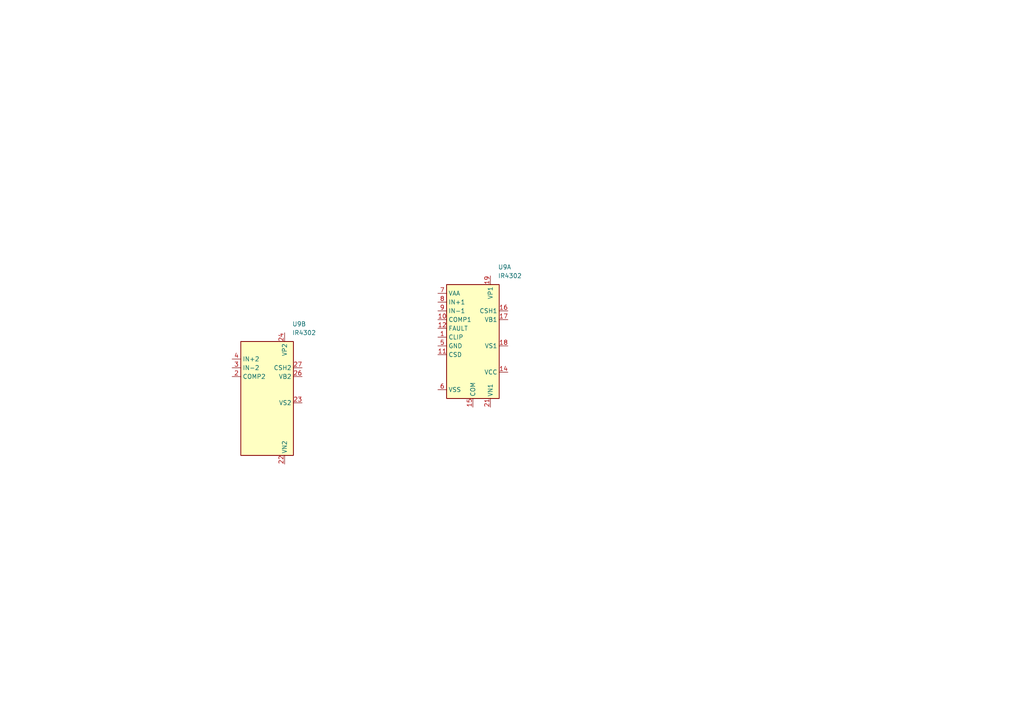
<source format=kicad_sch>
(kicad_sch (version 20230121) (generator eeschema)
  (paper "A4")
  (lib_symbols
    (symbol "Amplifier_Audio:IR4302"
      (property "Reference" "U" (at -7.62 20.955 0))
      (property "Value" "IR4302" (at -7.62 19.05 0))
      (symbol "IR4302_0_1"
        (rectangle (start -7.62 -15.24) (end 7.62 17.78) (stroke (width 0.254)) (fill (type background)))
      )
      (symbol "IR4302_1_1"
        (pin open_collector line (at -10.16 2.54 0) (length 2.54) (name "CLIP") (number "1"))
        (pin output line (at -10.16 7.62 0) (length 2.54) (name "COMP1") (number "10"))
        (pin passive line (at -10.16 -2.54 0) (length 2.54) (name "CSD") (number "11"))
        (pin open_collector line (at -10.16 5.08 0) (length 2.54) (name "FAULT") (number "12"))
        (pin no_connect line (at -7.62 -5.08 0) (length 2.54) hide (name "NC") (number "13"))
        (pin power_in line (at 10.16 -7.62 180) (length 2.54) (name "VCC") (number "14"))
        (pin power_in line (at 0 -17.78 90) (length 2.54) (name "COM") (number "15"))
        (pin passive line (at 10.16 10.16 180) (length 2.54) (name "CSH1") (number "16"))
        (pin power_in line (at 10.16 7.62 180) (length 2.54) (name "VB1") (number "17"))
        (pin output line (at 10.16 0 180) (length 2.54) (name "VS1") (number "18"))
        (pin power_in line (at 5.08 20.32 270) (length 2.54) (name "VP1") (number "19"))
        (pin passive line (at 10.16 0 180) (length 2.54) hide (name "VS1") (number "20"))
        (pin power_in line (at 5.08 -17.78 90) (length 2.54) (name "VN1") (number "21"))
        (pin passive line (at 0 -17.78 90) (length 2.54) hide (name "COM") (number "28"))
        (pin no_connect line (at -7.62 -7.62 0) (length 2.54) hide (name "NC") (number "29"))
        (pin no_connect line (at -7.62 -10.16 0) (length 2.54) hide (name "NC") (number "30"))
        (pin passive line (at 0 -17.78 90) (length 2.54) hide (name "COM") (number "31"))
        (pin power_in line (at -10.16 0 0) (length 2.54) (name "GND") (number "5"))
        (pin power_in line (at -10.16 -12.7 0) (length 2.54) (name "VSS") (number "6"))
        (pin power_in line (at -10.16 15.24 0) (length 2.54) (name "VAA") (number "7"))
        (pin input line (at -10.16 12.7 0) (length 2.54) (name "IN+1") (number "8"))
        (pin input line (at -10.16 10.16 0) (length 2.54) (name "IN-1") (number "9"))
      )
      (symbol "IR4302_2_1"
        (pin output line (at -10.16 7.62 0) (length 2.54) (name "COMP2") (number "2"))
        (pin power_in line (at 5.08 -17.78 90) (length 2.54) (name "VN2") (number "22"))
        (pin output line (at 10.16 0 180) (length 2.54) (name "VS2") (number "23"))
        (pin power_in line (at 5.08 20.32 270) (length 2.54) (name "VP2") (number "24"))
        (pin passive line (at 10.16 0 180) (length 2.54) hide (name "VS2") (number "25"))
        (pin power_in line (at 10.16 7.62 180) (length 2.54) (name "VB2") (number "26"))
        (pin passive line (at 10.16 10.16 180) (length 2.54) (name "CSH2") (number "27"))
        (pin input line (at -10.16 10.16 0) (length 2.54) (name "IN-2") (number "3"))
        (pin input line (at -10.16 12.7 0) (length 2.54) (name "IN+2") (number "4"))
      )
    )
  )
  (symbol (lib_id "Amplifier_Audio:IR4302") (at 77.47 116.84 0) (unit 2)
    (property "Reference" "U7" (at 84.7441 93.98 0) (effects (justify left)))
    (property "Value" "IR4302" (at 84.7441 96.52 0) (effects (justify left)))
    (property "Footprint" "Package_DFN_QFN:Infineon_PQFN-44-31-5EP_7x7mm_P0.5mm" (effects hide))
    (property "Datasheet" "https://www.infineon.com/dgdl/ir4302.pdf?fileId=5546d462533600a4015355d602a9181d" (effects hide))
    (instances (project "complex_hierarchy" (path "" (reference "U9") (unit 2)) (path "" (reference "U10") (unit 2)) (path "" (reference "U11") (unit 2)) (path "" (reference "U12") (unit 2)) (path "" (reference "U7") (unit 2)) (path "" (reference "U8") (unit 2)) (path "" (reference "U13") (unit 2)) (path "" (reference "U14") (unit 2))))
  )
  (symbol (lib_id "Amplifier_Audio:IR4302") (at 137.16 100.33 0) (unit 1)
    (property "Reference" "U7" (at 144.4341 77.47 0) (effects (justify left)))
    (property "Value" "IR4302" (at 144.4341 80.01 0) (effects (justify left)))
    (property "Footprint" "Package_DFN_QFN:Infineon_PQFN-44-31-5EP_7x7mm_P0.5mm" (effects hide))
    (property "Datasheet" "https://www.infineon.com/dgdl/ir4302.pdf?fileId=5546d462533600a4015355d602a9181d" (effects hide))
    (instances (project "complex_hierarchy" (path "" (reference "U9") (unit 1)) (path "" (reference "U10") (unit 1)) (path "" (reference "U11") (unit 1)) (path "" (reference "U12") (unit 1)) (path "" (reference "U7") (unit 1)) (path "" (reference "U8") (unit 1)) (path "" (reference "U13") (unit 1)) (path "" (reference "U14") (unit 1))))
  )
)
</source>
